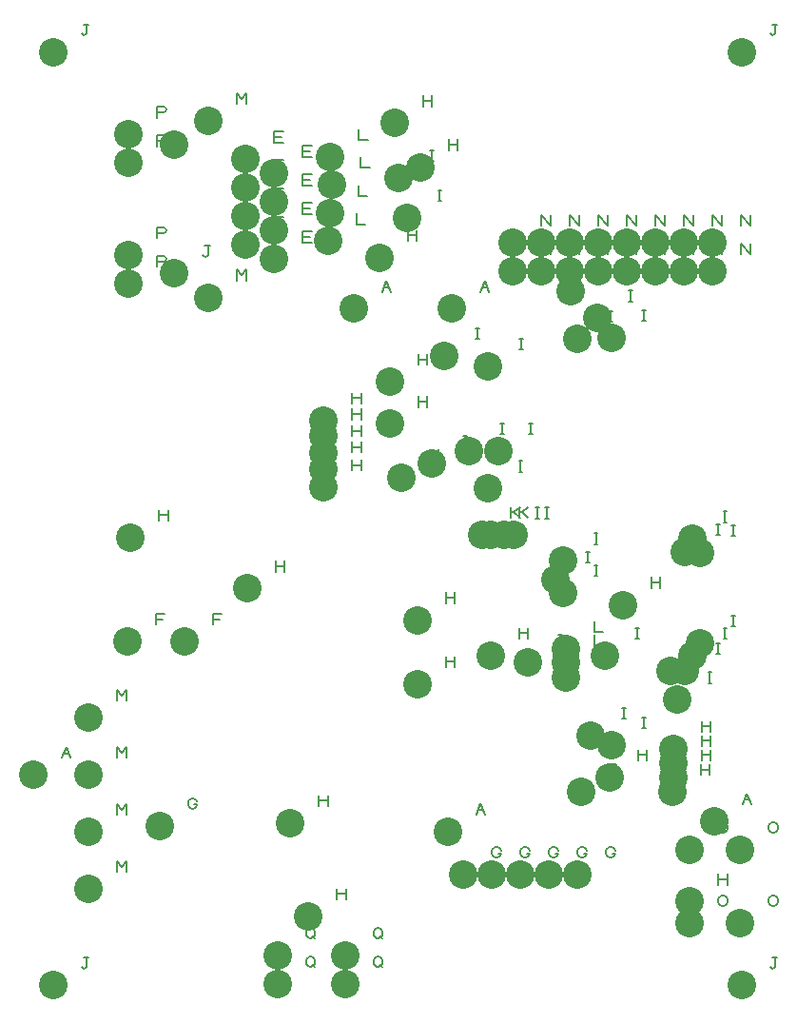
<source format=gbr>
G04 DesignSpark PCB Gerber Version 9.0 Build 5138 *
G04 #@! TF.Part,Single*
G04 #@! TF.FileFunction,Drillmap *
G04 #@! TF.FilePolarity,Positive *
%FSLAX35Y35*%
%MOIN*%
%ADD21C,0.00500*%
G04 #@! TA.AperFunction,ViaPad*
%ADD20C,0.10000*%
X0Y0D02*
D02*
D20*
X7573Y86549D03*
X14463Y12848D03*
Y339620D03*
X27061Y46549D03*
Y66549D03*
Y86549D03*
Y106549D03*
X40447Y133321D03*
X40998Y258557D03*
Y268557D03*
Y300841D03*
Y310841D03*
X41628Y169679D03*
X51864Y68754D03*
X56982Y262199D03*
Y307199D03*
X60447Y133321D03*
X68990Y253793D03*
Y315604D03*
X81982Y272199D03*
Y282199D03*
Y292199D03*
Y302199D03*
X82573Y151825D03*
X91982Y267199D03*
Y277199D03*
Y287199D03*
Y297199D03*
X93203Y13242D03*
Y23242D03*
X97730Y69738D03*
X104030Y37061D03*
X109344Y187258D03*
Y193557D03*
Y199266D03*
Y205171D03*
Y210683D03*
X110900Y273478D03*
X111530Y283321D03*
X111707Y303006D03*
X112297Y293360D03*
X116825Y13242D03*
Y23242D03*
X119778Y249856D03*
X128833Y267770D03*
X132573Y209502D03*
Y224266D03*
X134148Y314817D03*
X135722Y295722D03*
X136510Y190801D03*
X138478Y281549D03*
X142219Y118360D03*
Y140801D03*
X143203Y299463D03*
X147337Y195722D03*
X151667Y233321D03*
X152848Y66785D03*
X154226Y249856D03*
X158321Y51628D03*
X160230Y200053D03*
X165053Y170722D03*
X166825Y186864D03*
X167022Y229581D03*
X167907Y170722D03*
X167927Y128400D03*
X168321Y51628D03*
X170467Y200053D03*
X172730Y170526D03*
X175683Y263045D03*
Y273045D03*
X176077Y170526D03*
X178321Y51628D03*
X180801Y125841D03*
X185683Y263045D03*
Y273045D03*
X188321Y51628D03*
X190447Y154974D03*
X193203Y150250D03*
Y161470D03*
X194187Y120722D03*
Y125841D03*
Y130742D03*
X195683Y263045D03*
Y273045D03*
X195762Y255959D03*
X198321Y51628D03*
Y239423D03*
X199699Y80742D03*
X203045Y100250D03*
X205407Y246510D03*
X205683Y263045D03*
Y273045D03*
X207770Y128400D03*
X209541Y85742D03*
X210132Y97100D03*
Y239620D03*
X214266Y146116D03*
X215683Y263045D03*
Y273045D03*
X225683Y263045D03*
Y273045D03*
X230801Y123085D03*
X231589Y80565D03*
X231785Y85742D03*
Y90742D03*
Y95742D03*
X233163Y112848D03*
X235683Y263045D03*
Y273045D03*
X235919Y123085D03*
Y164620D03*
X237691Y34699D03*
Y42179D03*
Y60289D03*
X238478Y128203D03*
Y169148D03*
X241234Y132533D03*
Y164226D03*
X245683Y263045D03*
Y273045D03*
X246156Y70329D03*
X255407Y34699D03*
Y60289D03*
X255801Y12848D03*
Y339620D03*
D02*
D21*
X17573Y92487D02*
X19135Y96237D01*
X20698Y92487*
X18198Y94049D02*
X20073D01*
X24463Y19411D02*
X24775Y19098D01*
X25400Y18786*
X26025Y19098*
X26338Y19411*
Y22536*
X26963*
X26338D02*
X25088D01*
X24463Y346183D02*
X24775Y345870D01*
X25400Y345557*
X26025Y345870*
X26338Y346183*
Y349307*
X26963*
X26338D02*
X25088D01*
X37061Y52487D02*
Y56237D01*
X38624Y54362*
X40186Y56237*
Y52487*
X37061Y72487D02*
Y76237D01*
X38624Y74362*
X40186Y76237*
Y72487*
X37061Y92487D02*
Y96237D01*
X38624Y94362*
X40186Y96237*
Y92487*
X37061Y112487D02*
Y116237D01*
X38624Y114362*
X40186Y116237*
Y112487*
X50447Y139258D02*
Y143008D01*
X53572*
X52947Y141133D02*
X50447D01*
X50998Y264494D02*
Y268244D01*
X53185*
X53811Y267932*
X54123Y267307*
X53811Y266682*
X53185Y266370*
X50998*
Y274494D02*
Y278244D01*
X53185*
X53811Y277932*
X54123Y277307*
X53811Y276682*
X53185Y276370*
X50998*
Y306778D02*
Y310528D01*
X53185*
X53811Y310216*
X54123Y309591*
X53811Y308966*
X53185Y308653*
X50998*
Y316778D02*
Y320528D01*
X53185*
X53811Y320216*
X54123Y319591*
X53811Y318966*
X53185Y318653*
X50998*
X51628Y175617D02*
Y179367D01*
Y177492D02*
X54753D01*
Y175617D02*
Y179367D01*
X64052Y76254D02*
X64989D01*
Y75941*
X64677Y75317*
X64364Y75004*
X63739Y74691*
X63114*
X62489Y75004*
X62177Y75317*
X61864Y75941*
Y77191*
X62177Y77817*
X62489Y78129*
X63114Y78441*
X63739*
X64364Y78129*
X64677Y77817*
X64989Y77191*
X66982Y268761D02*
X67295Y268449D01*
X67920Y268136*
X68545Y268449*
X68857Y268761*
Y271886*
X69482*
X68857D02*
X67607D01*
X66982Y313761D02*
X67295Y313449D01*
X67920Y313136*
X68545Y313449*
X68857Y313761*
Y316886*
X69482*
X68857D02*
X67607D01*
X70447Y139258D02*
Y143008D01*
X73572*
X72947Y141133D02*
X70447D01*
X78990Y259731D02*
Y263481D01*
X80553Y261606*
X82115Y263481*
Y259731*
X78990Y321542D02*
Y325292D01*
X80553Y323417*
X82115Y325292*
Y321542*
X91982Y278136D02*
Y281886D01*
X95107*
X94482Y280011D02*
X91982D01*
Y278136D02*
X95107D01*
X91982Y288136D02*
Y291886D01*
X95107*
X94482Y290011D02*
X91982D01*
Y288136D02*
X95107D01*
X91982Y298136D02*
Y301886D01*
X95107*
X94482Y300011D02*
X91982D01*
Y298136D02*
X95107D01*
X91982Y308136D02*
Y311886D01*
X95107*
X94482Y310011D02*
X91982D01*
Y308136D02*
X95107D01*
X92573Y157762D02*
Y161512D01*
Y159637D02*
X95698D01*
Y157762D02*
Y161512D01*
X101982Y273136D02*
Y276886D01*
X105107*
X104482Y275011D02*
X101982D01*
Y273136D02*
X105107D01*
X101982Y283136D02*
Y286886D01*
X105107*
X104482Y285011D02*
X101982D01*
Y283136D02*
X105107D01*
X101982Y293136D02*
Y296886D01*
X105107*
X104482Y295011D02*
X101982D01*
Y293136D02*
X105107D01*
X101982Y303136D02*
Y306886D01*
X105107*
X104482Y305011D02*
X101982D01*
Y303136D02*
X105107D01*
X103203Y20430D02*
Y21680D01*
X103515Y22305*
X103828Y22617*
X104453Y22930*
X105078*
X105703Y22617*
X106015Y22305*
X106328Y21680*
Y20430*
X106015Y19805*
X105703Y19492*
X105078Y19180*
X104453*
X103828Y19492*
X103515Y19805*
X103203Y20430*
X105390Y20117D02*
X106328Y19180D01*
X103203Y30430D02*
Y31680D01*
X103515Y32305*
X103828Y32617*
X104453Y32930*
X105078*
X105703Y32617*
X106015Y32305*
X106328Y31680*
Y30430*
X106015Y29805*
X105703Y29492*
X105078Y29180*
X104453*
X103828Y29492*
X103515Y29805*
X103203Y30430*
X105390Y30117D02*
X106328Y29180D01*
X107730Y75676D02*
Y79426D01*
Y77551D02*
X110856D01*
Y75676D02*
Y79426D01*
X114030Y42998D02*
Y46748D01*
Y44874D02*
X117155D01*
Y42998D02*
Y46748D01*
X119344Y193195D02*
Y196945D01*
Y195070D02*
X122470D01*
Y193195D02*
Y196945D01*
X119344Y199494D02*
Y203244D01*
Y201370D02*
X122470D01*
Y199494D02*
Y203244D01*
X119344Y205203D02*
Y208953D01*
Y207078D02*
X122470D01*
Y205203D02*
Y208953D01*
X119344Y211109D02*
Y214859D01*
Y212984D02*
X122470D01*
Y211109D02*
Y214859D01*
X119344Y216620D02*
Y220370D01*
Y218496D02*
X122470D01*
Y216620D02*
Y220370D01*
X120900Y283166D02*
Y279416D01*
X124025*
X121530Y293008D02*
Y289258D01*
X124655*
X121707Y312693D02*
Y308943D01*
X124832*
X122297Y303048D02*
Y299298D01*
X125422*
X126825Y20430D02*
Y21680D01*
X127137Y22305*
X127450Y22617*
X128075Y22930*
X128700*
X129325Y22617*
X129637Y22305*
X129950Y21680*
Y20430*
X129637Y19805*
X129325Y19492*
X128700Y19180*
X128075*
X127450Y19492*
X127137Y19805*
X126825Y20430*
X129012Y20117D02*
X129950Y19180D01*
X126825Y30430D02*
Y31680D01*
X127137Y32305*
X127450Y32617*
X128075Y32930*
X128700*
X129325Y32617*
X129637Y32305*
X129950Y31680*
Y30430*
X129637Y29805*
X129325Y29492*
X128700Y29180*
X128075*
X127450Y29492*
X127137Y29805*
X126825Y30430*
X129012Y30117D02*
X129950Y29180D01*
X129778Y255794D02*
X131340Y259544D01*
X132903Y255794*
X130403Y257356D02*
X132278D01*
X138833Y273707D02*
Y277457D01*
Y275582D02*
X141958D01*
Y273707D02*
Y277457D01*
X142573Y215439D02*
Y219189D01*
Y217315D02*
X145698D01*
Y215439D02*
Y219189D01*
X142573Y230203D02*
Y233953D01*
Y232078D02*
X145698D01*
Y230203D02*
Y233953D01*
X144148Y320754D02*
Y324504D01*
Y322630D02*
X147273D01*
Y320754D02*
Y324504D01*
X146660Y301660D02*
X147910D01*
X147285D02*
Y305410D01*
X146660D02*
X147910D01*
X146510Y196739D02*
Y200489D01*
Y198614D02*
X149635D01*
Y196739D02*
Y200489D01*
X149416Y287487D02*
X150666D01*
X150041D02*
Y291237D01*
X149416D02*
X150666D01*
X152219Y124298D02*
Y128048D01*
Y126173D02*
X155344D01*
Y124298D02*
Y128048D01*
X152219Y146739D02*
Y150489D01*
Y148614D02*
X155344D01*
Y146739D02*
Y150489D01*
X153203Y305400D02*
Y309150D01*
Y307275D02*
X156328D01*
Y305400D02*
Y309150D01*
X158274Y201660D02*
X159524D01*
X158899D02*
Y205410D01*
X158274D02*
X159524D01*
X162605Y239258D02*
X163855D01*
X163230D02*
Y243008D01*
X162605D02*
X163855D01*
X162848Y72723D02*
X164411Y76473D01*
X165974Y72723*
X163474Y74285D02*
X165348D01*
X164226Y255794D02*
X165789Y259544D01*
X167352Y255794*
X164852Y257356D02*
X166726D01*
X170508Y59128D02*
X171446D01*
Y58815*
X171133Y58191*
X170821Y57878*
X170196Y57565*
X169571*
X168946Y57878*
X168633Y58191*
X168321Y58815*
Y60065*
X168633Y60691*
X168946Y61003*
X169571Y61315*
X170196*
X170821Y61003*
X171133Y60691*
X171446Y60065*
X171168Y205991D02*
X172418D01*
X171793D02*
Y209741D01*
X171168D02*
X172418D01*
X175053Y176660D02*
Y180410D01*
Y178535D02*
X175991D01*
X178178Y180410*
X175991Y178535D02*
X178178Y176660D01*
X177762Y192802D02*
X179012D01*
X178387D02*
Y196552D01*
X177762D02*
X179012D01*
X177959Y235518D02*
X179209D01*
X178584D02*
Y239268D01*
X177959D02*
X179209D01*
X177907Y176660D02*
Y180410D01*
Y178535D02*
X178845D01*
X181033Y180410*
X178845Y178535D02*
X181033Y176660D01*
X177927Y134337D02*
Y138087D01*
Y136212D02*
X181052D01*
Y134337D02*
Y138087D01*
X180508Y59128D02*
X181446D01*
Y58815*
X181133Y58191*
X180821Y57878*
X180196Y57565*
X179571*
X178946Y57878*
X178633Y58191*
X178321Y58815*
Y60065*
X178633Y60691*
X178946Y61003*
X179571Y61315*
X180196*
X180821Y61003*
X181133Y60691*
X181446Y60065*
X181404Y205991D02*
X182654D01*
X182029D02*
Y209741D01*
X181404D02*
X182654D01*
X183668Y176463D02*
X184918D01*
X184293D02*
Y180213D01*
X183668D02*
X184918D01*
X185683Y268983D02*
Y272733D01*
X188808Y268983*
Y272733*
X185683Y278983D02*
Y282733D01*
X188808Y278983*
Y282733*
X187014Y176463D02*
X188264D01*
X187639D02*
Y180213D01*
X187014D02*
X188264D01*
X190508Y59128D02*
X191446D01*
Y58815*
X191133Y58191*
X190821Y57878*
X190196Y57565*
X189571*
X188946Y57878*
X188633Y58191*
X188321Y58815*
Y60065*
X188633Y60691*
X188946Y61003*
X189571Y61315*
X190196*
X190821Y61003*
X191133Y60691*
X191446Y60065*
X191739Y131778D02*
X192989D01*
X192364D02*
Y135528D01*
X191739D02*
X192989D01*
X195683Y268983D02*
Y272733D01*
X198808Y268983*
Y272733*
X195683Y278983D02*
Y282733D01*
X198808Y278983*
Y282733*
X200508Y59128D02*
X201446D01*
Y58815*
X201133Y58191*
X200821Y57878*
X200196Y57565*
X199571*
X198946Y57878*
X198633Y58191*
X198321Y58815*
Y60065*
X198633Y60691*
X198946Y61003*
X199571Y61315*
X200196*
X200821Y61003*
X201133Y60691*
X201446Y60065*
X201384Y160912D02*
X202634D01*
X202009D02*
Y164662D01*
X201384D02*
X202634D01*
X204140Y156187D02*
X205390D01*
X204765D02*
Y159937D01*
X204140D02*
X205390D01*
X204140Y167408D02*
X205390D01*
X204765D02*
Y171158D01*
X204140D02*
X205390D01*
X204187Y130410D02*
Y126660D01*
X207312*
X204187Y135528D02*
Y131778D01*
X207312*
X204187Y140430D02*
Y136680D01*
X207312*
X205683Y268983D02*
Y272733D01*
X208808Y268983*
Y272733*
X205683Y278983D02*
Y282733D01*
X208808Y278983*
Y282733*
X206699Y261896D02*
X207949D01*
X207324D02*
Y265646D01*
X206699D02*
X207949D01*
X210508Y59128D02*
X211446D01*
Y58815*
X211133Y58191*
X210821Y57878*
X210196Y57565*
X209571*
X208946Y57878*
X208633Y58191*
X208321Y58815*
Y60065*
X208633Y60691*
X208946Y61003*
X209571Y61315*
X210196*
X210821Y61003*
X211133Y60691*
X211446Y60065*
X209258Y245361D02*
X210508D01*
X209883D02*
Y249111D01*
X209258D02*
X210508D01*
X210636Y86680D02*
X211886D01*
X211261D02*
Y90430D01*
X210636D02*
X211886D01*
X213983Y106187D02*
X215233D01*
X214608D02*
Y109937D01*
X213983D02*
X215233D01*
X216345Y252447D02*
X217595D01*
X216970D02*
Y256197D01*
X216345D02*
X217595D01*
X215683Y268983D02*
Y272733D01*
X218808Y268983*
Y272733*
X215683Y278983D02*
Y282733D01*
X218808Y278983*
Y282733*
X218707Y134337D02*
X219957D01*
X219332D02*
Y138087D01*
X218707D02*
X219957D01*
X219541Y91680D02*
Y95430D01*
Y93555D02*
X222667D01*
Y91680D02*
Y95430D01*
X221069Y103038D02*
X222319D01*
X221694D02*
Y106788D01*
X221069D02*
X222319D01*
X221069Y245557D02*
X222319D01*
X221694D02*
Y249307D01*
X221069D02*
X222319D01*
X224266Y152054D02*
Y155804D01*
Y153929D02*
X227391D01*
Y152054D02*
Y155804D01*
X225683Y268983D02*
Y272733D01*
X228808Y268983*
Y272733*
X225683Y278983D02*
Y282733D01*
X228808Y278983*
Y282733*
X235683Y268983D02*
Y272733D01*
X238808Y268983*
Y272733*
X235683Y278983D02*
Y282733D01*
X238808Y278983*
Y282733*
X241739Y129022D02*
X242989D01*
X242364D02*
Y132772D01*
X241739D02*
X242989D01*
X241589Y86502D02*
Y90252D01*
Y88378D02*
X244714D01*
Y86502D02*
Y90252D01*
X241785Y91680D02*
Y95430D01*
Y93555D02*
X244911D01*
Y91680D02*
Y95430D01*
X241785Y96680D02*
Y100430D01*
Y98555D02*
X244911D01*
Y96680D02*
Y100430D01*
X241785Y101680D02*
Y105430D01*
Y103555D02*
X244911D01*
Y101680D02*
Y105430D01*
X244101Y118786D02*
X245351D01*
X244726D02*
Y122536D01*
X244101D02*
X245351D01*
X245683Y268983D02*
Y272733D01*
X248808Y268983*
Y272733*
X245683Y278983D02*
Y282733D01*
X248808Y278983*
Y282733*
X246857Y129022D02*
X248107D01*
X247482D02*
Y132772D01*
X246857D02*
X248107D01*
X246857Y170557D02*
X248107D01*
X247482D02*
Y174307D01*
X246857D02*
X248107D01*
X247691Y41886D02*
Y43136D01*
X248004Y43761*
X248316Y44074*
X248941Y44386*
X249566*
X250191Y44074*
X250504Y43761*
X250816Y43136*
Y41886*
X250504Y41261*
X250191Y40949*
X249566Y40636*
X248941*
X248316Y40949*
X248004Y41261*
X247691Y41886*
Y48117D02*
Y51867D01*
Y49992D02*
X250816D01*
Y48117D02*
Y51867D01*
X247691Y67477D02*
Y68727D01*
X248004Y69352*
X248316Y69665*
X248941Y69977*
X249566*
X250191Y69665*
X250504Y69352*
X250816Y68727*
Y67477*
X250504Y66852*
X250191Y66539*
X249566Y66227*
X248941*
X248316Y66539*
X248004Y66852*
X247691Y67477*
X249416Y134140D02*
X250666D01*
X250041D02*
Y137890D01*
X249416D02*
X250666D01*
X249416Y175085D02*
X250666D01*
X250041D02*
Y178835D01*
X249416D02*
X250666D01*
X252172Y138471D02*
X253422D01*
X252797D02*
Y142221D01*
X252172D02*
X253422D01*
X252172Y170164D02*
X253422D01*
X252797D02*
Y173914D01*
X252172D02*
X253422D01*
X255683Y268983D02*
Y272733D01*
X258808Y268983*
Y272733*
X255683Y278983D02*
Y282733D01*
X258808Y278983*
Y282733*
X256156Y76266D02*
X257718Y80016D01*
X259281Y76266*
X256781Y77829D02*
X258656D01*
X265407Y41886D02*
Y43136D01*
X265720Y43761*
X266033Y44074*
X266657Y44386*
X267283*
X267907Y44074*
X268220Y43761*
X268533Y43136*
Y41886*
X268220Y41261*
X267907Y40949*
X267283Y40636*
X266657*
X266033Y40949*
X265720Y41261*
X265407Y41886*
Y67477D02*
Y68727D01*
X265720Y69352*
X266033Y69665*
X266657Y69977*
X267283*
X267907Y69665*
X268220Y69352*
X268533Y68727*
Y67477*
X268220Y66852*
X267907Y66539*
X267283Y66227*
X266657*
X266033Y66539*
X265720Y66852*
X265407Y67477*
X265801Y19411D02*
X266114Y19098D01*
X266739Y18786*
X267364Y19098*
X267676Y19411*
Y22536*
X268301*
X267676D02*
X266426D01*
X265801Y346183D02*
X266114Y345870D01*
X266739Y345557*
X267364Y345870*
X267676Y346183*
Y349307*
X268301*
X267676D02*
X266426D01*
X0Y0D02*
M02*

</source>
